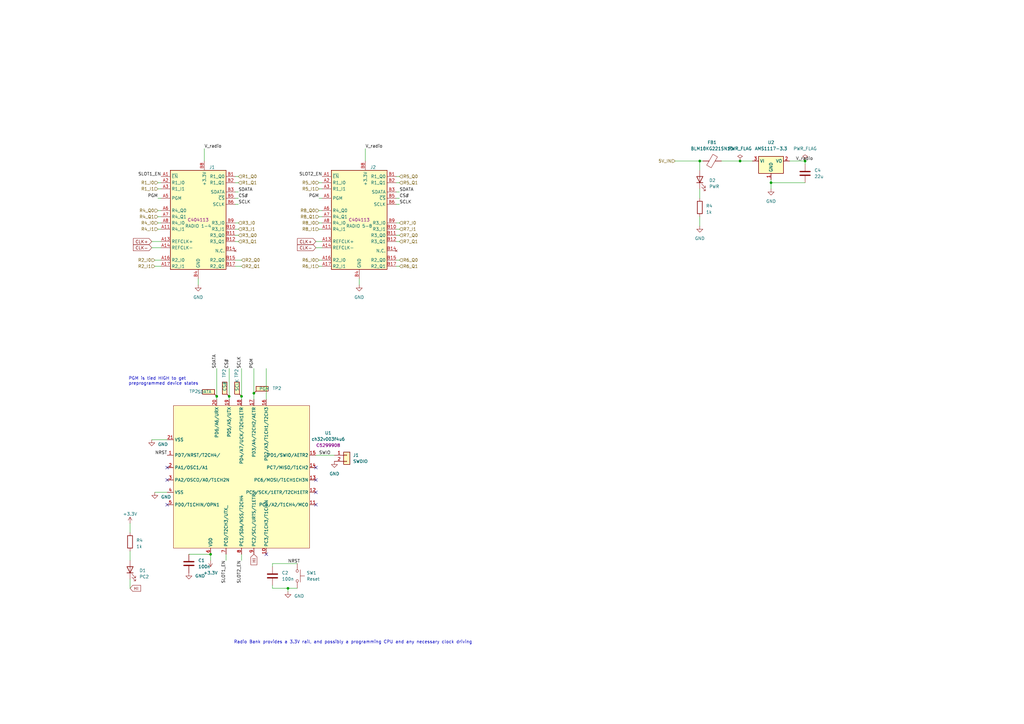
<source format=kicad_sch>
(kicad_sch (version 20231120) (generator "eeschema") (generator_version "8.0")
  (paper "A3")
  (title_block (title "Radio Bank") (date "2023-05-04") (rev "v3.0.0a1") (company "TART Project") (comment 1 "Tim Molteno") (comment 2 "tim@elec.ac.nz"))
  (lib_symbols
    (symbol "Connector:TestPoint_Flag" (pin_numbers hide) (pin_names (offset 0.762) hide)
      (property "Reference" "TP" (at 3.429 1.778 0))
      (property "Value" "TestPoint_Flag" (at 3.302 4.191 0))
      (symbol "TestPoint_Flag_0_1"
        (polyline (pts (xy 0 0) (xy 0.889 0.889)) (stroke (width 0.254)))
        (rectangle (start 0.889 2.794) (end 5.842 0.889) (stroke (width 0.254)) (fill (type background)))
      )
      (symbol "TestPoint_Flag_1_1"
        (pin passive line (at 0 0 90) (length 0) (name "1") (number "1"))
      )
    )
    (symbol "Connector_Generic:Conn_01x02" (pin_names (offset 1.016) hide)
      (property "Reference" "J" (at 0 2.54 0))
      (property "Value" "Conn_01x02" (at 0 -5.08 0))
      (symbol "Conn_01x02_1_1"
        (rectangle (start -1.27 -2.413) (end 0 -2.667) (stroke (width 0.1524)))
        (rectangle (start -1.27 0.127) (end 0 -0.127) (stroke (width 0.1524)))
        (rectangle (start -1.27 1.27) (end 1.27 -3.81) (stroke (width 0.254)) (fill (type background)))
        (pin passive line (at -5.08 0 0) (length 3.81) (name "Pin_1") (number "1"))
        (pin passive line (at -5.08 -2.54 0) (length 3.81) (name "Pin_2") (number "2"))
      )
    )
    (symbol "Device:C" (pin_numbers hide) (pin_names (offset 0.254))
      (property "Reference" "C" (at 0.635 2.54 0))
      (property "Value" "C" (at 0.635 -2.54 0))
      (symbol "C_0_1"
        (polyline (pts (xy -2.032 -0.762) (xy 2.032 -0.762)) (stroke (width 0.508)))
        (polyline (pts (xy -2.032 0.762) (xy 2.032 0.762)) (stroke (width 0.508)))
      )
      (symbol "C_1_1"
        (pin passive line (at 0 3.81 270) (length 2.794) (name "~") (number "1"))
        (pin passive line (at 0 -3.81 90) (length 2.794) (name "~") (number "2"))
      )
    )
    (symbol "Device:FerriteBead" (pin_numbers hide) (pin_names (offset 0))
      (property "Reference" "FB" (at -3.81 0.635 90))
      (property "Value" "FerriteBead" (at 3.81 0 90))
      (symbol "FerriteBead_0_1"
        (polyline (pts (xy 0 -1.27) (xy 0 -1.2192)))
        (polyline (pts (xy 0 1.27) (xy 0 1.2954)))
        (polyline (pts (xy -2.7686 0.4064) (xy -1.7018 2.2606) (xy 2.7686 -0.3048) (xy 1.6764 -2.159) (xy -2.7686 0.4064)))
      )
      (symbol "FerriteBead_1_1"
        (pin passive line (at 0 3.81 270) (length 2.54) (name "~") (number "1"))
        (pin passive line (at 0 -3.81 90) (length 2.54) (name "~") (number "2"))
      )
    )
    (symbol "Device:LED" (pin_numbers hide) (pin_names (offset 1.016) hide)
      (property "Reference" "D" (at 0 2.54 0))
      (property "Value" "LED" (at 0 -2.54 0))
      (symbol "LED_0_1"
        (polyline (pts (xy -1.27 -1.27) (xy -1.27 1.27)) (stroke (width 0.254)))
        (polyline (pts (xy -1.27 0) (xy 1.27 0)))
        (polyline (pts (xy 1.27 -1.27) (xy 1.27 1.27) (xy -1.27 0) (xy 1.27 -1.27)) (stroke (width 0.254)))
        (polyline (pts (xy -3.048 -0.762) (xy -4.572 -2.286) (xy -3.81 -2.286) (xy -4.572 -2.286) (xy -4.572 -1.524)))
        (polyline (pts (xy -1.778 -0.762) (xy -3.302 -2.286) (xy -2.54 -2.286) (xy -3.302 -2.286) (xy -3.302 -1.524)))
      )
      (symbol "LED_1_1"
        (pin passive line (at -3.81 0 0) (length 2.54) (name "K") (number "1"))
        (pin passive line (at 3.81 0 180) (length 2.54) (name "A") (number "2"))
      )
    )
    (symbol "Device:R" (pin_numbers hide) (pin_names (offset 0))
      (property "Reference" "R" (at 2.032 0 90))
      (property "Value" "R" (at 0 0 90))
      (symbol "R_0_1"
        (rectangle (start -1.016 -2.54) (end 1.016 2.54) (stroke (width 0.254)))
      )
      (symbol "R_1_1"
        (pin passive line (at 0 3.81 270) (length 1.27) (name "~") (number "1"))
        (pin passive line (at 0 -3.81 90) (length 1.27) (name "~") (number "2"))
      )
    )
    (symbol "Regulator_Linear:AMS1117-3.3"
      (property "Reference" "U" (at -3.81 3.175 0))
      (property "Value" "AMS1117-3.3" (at 0 3.175 0))
      (symbol "AMS1117-3.3_0_1"
        (rectangle (start -5.08 -5.08) (end 5.08 1.905) (stroke (width 0.254)) (fill (type background)))
      )
      (symbol "AMS1117-3.3_1_1"
        (pin power_in line (at 0 -7.62 90) (length 2.54) (name "GND") (number "1"))
        (pin power_out line (at 7.62 0 180) (length 2.54) (name "VO") (number "2"))
        (pin power_in line (at -7.62 0 0) (length 2.54) (name "VI") (number "3"))
      )
    )
    (symbol "Switch:SW_Push" (pin_numbers hide) (pin_names (offset 1.016) hide)
      (property "Reference" "SW" (at 1.27 2.54 0))
      (property "Value" "SW_Push" (at 0 -1.524 0))
      (symbol "SW_Push_0_1"
        (circle (center -2.032 0) (radius 0.508))
        (polyline (pts (xy 0 1.27) (xy 0 3.048)))
        (polyline (pts (xy 2.54 1.27) (xy -2.54 1.27)))
        (circle (center 2.032 0) (radius 0.508))
        (pin passive line (at -5.08 0 0) (length 2.54) (name "1") (number "1"))
        (pin passive line (at 5.08 0 180) (length 2.54) (name "2") (number "2"))
      )
    )
    (symbol "power:+3.3V" (power) (pin_names (offset 0))
      (property "Value" "+3.3V" (at 0 3.556 0))
      (symbol "+3.3V_0_1"
        (polyline (pts (xy -0.762 1.27) (xy 0 2.54)))
        (polyline (pts (xy 0 0) (xy 0 2.54)))
        (polyline (pts (xy 0 2.54) (xy 0.762 1.27)))
      )
      (symbol "+3.3V_1_1"
        (pin power_in line (at 0 0 90) (length 0) hide (name "+3.3V") (number "1"))
      )
    )
    (symbol "power:GND" (power) (pin_names (offset 0))
      (property "Value" "GND" (at 0 -3.81 0))
      (symbol "GND_0_1"
        (polyline (pts (xy 0 0) (xy 0 -1.27) (xy 1.27 -1.27) (xy 0 -2.54) (xy -1.27 -1.27) (xy 0 -1.27)))
      )
      (symbol "GND_1_1"
        (pin power_in line (at 0 0 270) (length 0) hide (name "GND") (number "1"))
      )
    )
    (symbol "power:PWR_FLAG" (power) (pin_numbers hide) (pin_names (offset 0) hide)
      (property "Value" "PWR_FLAG" (at 0 3.81 0))
      (symbol "PWR_FLAG_0_0"
        (pin power_out line (at 0 0 90) (length 0) (name "pwr") (number "1"))
      )
      (symbol "PWR_FLAG_0_1"
        (polyline (pts (xy 0 0) (xy 0 1.27) (xy -1.016 1.905) (xy 0 2.54) (xy 1.016 1.905) (xy 0 1.27)))
      )
    )
    (symbol "ripple:ch32v003f4u6"
      (property "Reference" "U" (at 0 0 0))
      (property "Value" "ch32v003f4u6" (at 19.05 -25.4 0))
      (symbol "ch32v003f4u6_0_1"
        (rectangle (start -27.94 30.48) (end 27.94 -27.94) (fill (type background)))
      )
      (symbol "ch32v003f4u6_1_1"
        (pin bidirectional line (at -30.48 10.16 0) (length 2.54) (name "PD7/NRST/T2CH4/") (number "1"))
        (pin bidirectional line (at 10.16 -30.48 90) (length 2.54) (name "PC3/T1CH3/T1CHIN") (number "10"))
        (pin bidirectional line (at 30.48 -10.16 180) (length 2.54) (name "PC4/A2/T1CH4/MCO") (number "11"))
        (pin bidirectional line (at 30.48 -5.08 180) (length 2.54) (name "PC5/SCK/1ETR/T2CH1ETR") (number "12"))
        (pin bidirectional line (at 30.48 0 180) (length 2.54) (name "PC6/MOSI/T1CH1CH3N") (number "13"))
        (pin bidirectional line (at 30.48 5.08 180) (length 2.54) (name "PC7/MISO/T1CH2") (number "14"))
        (pin bidirectional line (at 30.48 10.16 180) (length 2.54) (name "PD1/SWIO/AETR2") (number "15"))
        (pin bidirectional line (at 10.16 33.02 270) (length 2.54) (name "PD2/A3/T1CH1/T2CH3") (number "16"))
        (pin bidirectional line (at 5.08 33.02 270) (length 2.54) (name "PD3/A4/T2CH2/AETR") (number "17"))
        (pin bidirectional line (at 0 33.02 270) (length 2.54) (name "PD4/A7/UCK/T2CH1ETR") (number "18"))
        (pin bidirectional line (at -5.08 33.02 270) (length 2.54) (name "PD5/A5/UTX") (number "19"))
        (pin bidirectional line (at -30.48 5.08 0) (length 2.54) (name "PA1/OSC1/A1") (number "2"))
        (pin bidirectional line (at -10.16 33.02 270) (length 2.54) (name "PD6/A6/URX") (number "20"))
        (pin power_in line (at -30.48 16.51 0) (length 2.54) (name "VSS") (number "21"))
        (pin bidirectional line (at -30.48 0 0) (length 2.54) (name "PA2/OSCO/A0/T1CH2N") (number "3"))
        (pin power_in line (at -30.48 -5.08 0) (length 2.54) (name "VSS") (number "4"))
        (pin bidirectional line (at -30.48 -10.16 0) (length 2.54) (name "PD0/T1CHIN/OPN1") (number "5"))
        (pin power_in line (at -12.7 -30.48 90) (length 2.54) (name "VDD") (number "6"))
        (pin bidirectional line (at -6.35 -30.48 90) (length 2.54) (name "PC0/T2CH3/UTX_") (number "7"))
        (pin bidirectional line (at 0 -30.48 90) (length 2.54) (name "PC1/SDA/NSS/T2CH4") (number "8"))
        (pin bidirectional line (at 5.08 -30.48 90) (length 2.54) (name "PC2/SCL/URTS/T1ETR_") (number "9"))
      )
    )
    (symbol "tart:TART-PCIe_Socket"
      (property "Reference" "J" (at 0 0 0))
      (property "Value" "TART PCIe" (at 0 0 0))
      (property "LCSC" "C404113" (at 0 0 0))
      (symbol "TART-PCIe_Socket_0_1"
        (rectangle (start -11.43 22.86) (end 11.43 -17.78) (stroke (width 0.254)) (fill (type background)))
      )
      (symbol "TART-PCIe_Socket_1_1"
        (pin input line (at -15.24 20.32 0) (length 3.81) (name "~{EN}") (number "A1"))
        (pin passive line (at 2.54 26.67 270) (length 3.81) hide (name "+3.3V") (number "A10"))
        (pin output line (at -15.24 -1.27 0) (length 3.81) (name "R4_I1") (number "A11"))
        (pin passive line (at 0 -21.59 90) (length 3.81) hide (name "GND") (number "A12"))
        (pin input line (at -15.24 -6.35 0) (length 3.81) (name "REFCLK+") (number "A13"))
        (pin input line (at -15.24 -8.89 0) (length 3.81) (name "REFCLK-") (number "A14"))
        (pin passive line (at 0 -21.59 90) (length 3.81) hide (name "GND") (number "A15"))
        (pin output line (at -15.24 -13.97 0) (length 3.81) (name "R2_I0") (number "A16"))
        (pin output line (at -15.24 -16.51 0) (length 3.81) (name "R2_I1") (number "A17"))
        (pin passive line (at 0 -21.59 90) (length 3.81) hide (name "GND") (number "A18"))
        (pin output line (at -15.24 17.78 0) (length 3.81) (name "R1_I0") (number "A2"))
        (pin output line (at -15.24 15.24 0) (length 3.81) (name "R1_I1") (number "A3"))
        (pin passive line (at 0 -21.59 90) (length 3.81) hide (name "GND") (number "A4"))
        (pin input line (at -15.24 11.43 0) (length 3.81) (name "PGM") (number "A5"))
        (pin output line (at -15.24 6.35 0) (length 3.81) (name "R4_Q0") (number "A6"))
        (pin output line (at -15.24 3.81 0) (length 3.81) (name "R4_Q1") (number "A7"))
        (pin output line (at -15.24 1.27 0) (length 3.81) (name "R4_I0") (number "A8"))
        (pin passive line (at 2.54 26.67 270) (length 3.81) hide (name "+3.3V") (number "A9"))
        (pin output line (at 15.24 20.32 180) (length 3.81) (name "R1_Q0") (number "B1"))
        (pin output line (at 15.24 -1.27 180) (length 3.81) (name "R3_I1") (number "B10"))
        (pin output line (at 15.24 -3.81 180) (length 3.81) (name "R3_Q0") (number "B11"))
        (pin output line (at 15.24 -6.35 180) (length 3.81) (name "R3_Q1") (number "B12"))
        (pin passive line (at 0 -21.59 90) (length 3.81) hide (name "GND") (number "B13"))
        (pin no_connect line (at 15.24 -10.16 180) (length 3.81) (name "N.C.") (number "B14"))
        (pin output line (at 15.24 -13.97 180) (length 3.81) (name "R2_Q0") (number "B15"))
        (pin passive line (at 0 -21.59 90) (length 3.81) hide (name "GND") (number "B16"))
        (pin output line (at 15.24 -16.51 180) (length 3.81) (name "R2_Q1") (number "B17"))
        (pin passive line (at 0 -21.59 90) (length 3.81) hide (name "GND") (number "B18"))
        (pin output line (at 15.24 17.78 180) (length 3.81) (name "R1_Q1") (number "B2"))
        (pin input line (at 15.24 13.97 180) (length 3.81) (name "SDATA") (number "B3"))
        (pin power_in line (at 0 -21.59 90) (length 3.81) (name "GND") (number "B4"))
        (pin input line (at 15.24 11.43 180) (length 3.81) (name "~{CS}") (number "B5"))
        (pin input line (at 15.24 8.89 180) (length 3.81) (name "SCLK") (number "B6"))
        (pin passive line (at 0 -21.59 90) (length 3.81) hide (name "GND") (number "B7"))
        (pin power_in line (at 2.54 26.67 270) (length 3.81) (name "+3.3V") (number "B8"))
        (pin output line (at 15.24 1.27 180) (length 3.81) (name "R3_I0") (number "B9"))
      )
    )
  )
  (junction (at 93.98 162.56))
  (junction (at 88.9 162.56))
  (junction (at 330.2 66.04))
  (junction (at 86.36 227.33))
  (junction (at 104.14 161.29))
  (junction (at 303.53 66.04))
  (junction (at 99.06 162.56))
  (junction (at 287.02 66.04))
  (junction (at 118.11 241.3))
  (junction (at 316.23 74.93))
  (no_connect (at 129.54 191.77))
  (no_connect (at 129.54 207.01))
  (no_connect (at 68.58 191.77))
  (no_connect (at 68.58 207.01))
  (no_connect (at 109.22 227.33))
  (no_connect (at 129.54 201.93))
  (no_connect (at 68.58 196.85))
  (no_connect (at 129.54 196.85))
  (wire (pts (xy 104.14 151.13) (xy 104.14 161.29)))
  (wire (pts (xy 96.52 96.52) (xy 97.79 96.52)))
  (wire (pts (xy 295.91 66.04) (xy 303.53 66.04)))
  (wire (pts (xy 81.28 114.3) (xy 81.28 116.84)))
  (wire (pts (xy 147.32 114.3) (xy 147.32 116.84)))
  (wire (pts (xy 330.2 66.04) (xy 330.2 67.31)))
  (wire (pts (xy 130.81 93.98) (xy 132.08 93.98)))
  (wire (pts (xy 63.5 106.68) (xy 66.04 106.68)))
  (wire (pts (xy 64.77 91.44) (xy 66.04 91.44)))
  (wire (pts (xy 303.53 66.04) (xy 308.61 66.04)))
  (wire (pts (xy 99.06 227.33) (xy 99.06 229.87)))
  (wire (pts (xy 162.56 74.93) (xy 163.83 74.93)))
  (wire (pts (xy 96.52 83.82) (xy 97.79 83.82)))
  (wire (pts (xy 96.52 72.39) (xy 97.79 72.39)))
  (wire (pts (xy 162.56 83.82) (xy 163.83 83.82)))
  (wire (pts (xy 162.56 96.52) (xy 163.83 96.52)))
  (wire (pts (xy 88.9 151.13) (xy 88.9 162.56)))
  (wire (pts (xy 64.77 88.9) (xy 66.04 88.9)))
  (wire (pts (xy 129.54 101.6) (xy 132.08 101.6)))
  (wire (pts (xy 64.77 74.93) (xy 66.04 74.93)))
  (wire (pts (xy 104.14 161.29) (xy 104.14 163.83)))
  (wire (pts (xy 287.02 66.04) (xy 288.29 66.04)))
  (wire (pts (xy 130.81 74.93) (xy 132.08 74.93)))
  (wire (pts (xy 96.52 78.74) (xy 97.79 78.74)))
  (wire (pts (xy 62.23 180.34) (xy 68.58 180.34)))
  (wire (pts (xy 162.56 81.28) (xy 163.83 81.28)))
  (wire (pts (xy 129.54 186.69) (xy 137.16 186.69)))
  (wire (pts (xy 118.11 241.3) (xy 111.76 241.3)))
  (wire (pts (xy 96.52 109.22) (xy 99.06 109.22)))
  (wire (pts (xy 62.23 99.06) (xy 66.04 99.06)))
  (wire (pts (xy 130.81 106.68) (xy 132.08 106.68)))
  (wire (pts (xy 63.5 109.22) (xy 66.04 109.22)))
  (wire (pts (xy 130.81 91.44) (xy 132.08 91.44)))
  (wire (pts (xy 130.81 109.22) (xy 132.08 109.22)))
  (wire (pts (xy 53.34 226.06) (xy 53.34 229.87)))
  (wire (pts (xy 111.76 231.14) (xy 121.92 231.14)))
  (wire (pts (xy 130.81 88.9) (xy 132.08 88.9)))
  (wire (pts (xy 130.81 77.47) (xy 132.08 77.47)))
  (wire (pts (xy 64.77 81.28) (xy 66.04 81.28)))
  (wire (pts (xy 162.56 78.74) (xy 163.83 78.74)))
  (wire (pts (xy 96.52 106.68) (xy 99.06 106.68)))
  (wire (pts (xy 64.77 77.47) (xy 66.04 77.47)))
  (wire (pts (xy 316.23 74.93) (xy 316.23 77.47)))
  (wire (pts (xy 96.52 81.28) (xy 97.79 81.28)))
  (wire (pts (xy 162.56 93.98) (xy 163.83 93.98)))
  (wire (pts (xy 96.52 93.98) (xy 97.79 93.98)))
  (wire (pts (xy 316.23 74.93) (xy 330.2 74.93)))
  (wire (pts (xy 96.52 74.93) (xy 97.79 74.93)))
  (wire (pts (xy 92.71 227.33) (xy 92.71 229.87)))
  (wire (pts (xy 287.02 66.04) (xy 287.02 69.85)))
  (wire (pts (xy 149.86 60.96) (xy 149.86 66.04)))
  (wire (pts (xy 162.56 99.06) (xy 163.83 99.06)))
  (wire (pts (xy 111.76 241.3) (xy 111.76 240.03)))
  (wire (pts (xy 99.06 162.56) (xy 99.06 163.83)))
  (wire (pts (xy 162.56 72.39) (xy 163.83 72.39)))
  (wire (pts (xy 53.34 214.63) (xy 53.34 218.44)))
  (wire (pts (xy 323.85 66.04) (xy 330.2 66.04)))
  (wire (pts (xy 64.77 86.36) (xy 66.04 86.36)))
  (wire (pts (xy 118.11 241.3) (xy 118.11 242.57)))
  (wire (pts (xy 121.92 241.3) (xy 118.11 241.3)))
  (wire (pts (xy 111.76 232.41) (xy 111.76 231.14)))
  (wire (pts (xy 88.9 162.56) (xy 88.9 163.83)))
  (wire (pts (xy 93.98 162.56) (xy 93.98 163.83)))
  (wire (pts (xy 109.22 151.13) (xy 109.22 163.83)))
  (wire (pts (xy 130.81 86.36) (xy 132.08 86.36)))
  (wire (pts (xy 276.86 66.04) (xy 287.02 66.04)))
  (wire (pts (xy 96.52 99.06) (xy 97.79 99.06)))
  (wire (pts (xy 86.36 227.33) (xy 86.36 229.87)))
  (wire (pts (xy 287.02 77.47) (xy 287.02 81.28)))
  (wire (pts (xy 287.02 88.9) (xy 287.02 92.71)))
  (wire (pts (xy 162.56 91.44) (xy 163.83 91.44)))
  (wire (pts (xy 162.56 106.68) (xy 163.83 106.68)))
  (wire (pts (xy 96.52 91.44) (xy 97.79 91.44)))
  (wire (pts (xy 130.81 81.28) (xy 132.08 81.28)))
  (wire (pts (xy 64.77 93.98) (xy 66.04 93.98)))
  (wire (pts (xy 53.34 237.49) (xy 53.34 241.3)))
  (wire (pts (xy 99.06 151.13) (xy 99.06 162.56)))
  (wire (pts (xy 83.82 60.96) (xy 83.82 66.04)))
  (wire (pts (xy 162.56 109.22) (xy 163.83 109.22)))
  (wire (pts (xy 77.47 227.33) (xy 86.36 227.33)))
  (wire (pts (xy 63.5 201.93) (xy 68.58 201.93)))
  (wire (pts (xy 129.54 99.06) (xy 132.08 99.06)))
  (wire (pts (xy 316.23 73.66) (xy 316.23 74.93)))
  (wire (pts (xy 62.23 101.6) (xy 66.04 101.6)))
  (wire (pts (xy 93.98 151.13) (xy 93.98 162.56)))
  (text "Radio Bank provides a 3.3V rail, and possibly a programming CPU and any necessary clock driving" (at 95.885 264.16 0) (effects (font (size 1.27 1.27)) (justify left bottom)))
  (text "PGM is tied HIGH to get\npreprogrammed device states" (at 52.705 158.115 0) (effects (font (size 1.27 1.27)) (justify left bottom)))
  (label "CS#" (at 93.98 151.13 90))
  (label "SLOT1_EN" (at 66.04 72.39 180))
  (label "PGM" (at 64.77 81.28 180))
  (label "V_radio" (at 149.86 60.96 0))
  (label "NRST" (at 118.11 231.14 0))
  (label "PGM" (at 104.14 151.13 90))
  (label "SDATA" (at 97.79 78.74 0))
  (label "PGM" (at 130.81 81.28 180))
  (label "SCLK" (at 99.06 151.13 90))
  (label "SCLK" (at 163.83 83.82 0))
  (label "V_radio" (at 326.39 66.04 0))
  (label "SLOT2_EN" (at 99.06 229.87 270))
  (label "SDATA" (at 163.83 78.74 0))
  (label "SWIO" (at 130.81 186.69 0))
  (label "SDATA" (at 88.9 151.13 90))
  (label "SLOT1_EN" (at 92.71 229.87 270))
  (label "V_radio" (at 83.82 60.96 0))
  (label "CS#" (at 163.83 81.28 0))
  (label "NRST" (at 68.58 186.69 180))
  (label "CS#" (at 97.79 81.28 0))
  (label "SCLK" (at 97.79 83.82 0))
  (label "SLOT2_EN" (at 132.08 72.39 180))
  (global_label "CLK+" (shape input) (at 62.23 99.06 180) (property "Intersheetrefs" "${INTERSHEET_REFS}" (effects (hide yes))))
  (global_label "CLK+" (shape input) (at 129.54 99.06 180) (property "Intersheetrefs" "${INTERSHEET_REFS}" (effects (hide yes))))
  (global_label "HI" (shape input) (at 53.34 241.3 0) (property "Intersheetrefs" "${INTERSHEET_REFS}" (effects (hide yes))))
  (global_label "HI" (shape input) (at 104.14 227.33 270) (property "Intersheetrefs" "${INTERSHEET_REFS}" (effects (hide yes))))
  (global_label "CLK-" (shape input) (at 129.54 101.6 180) (property "Intersheetrefs" "${INTERSHEET_REFS}" (effects (hide yes))))
  (global_label "CLK-" (shape input) (at 62.23 101.6 180) (property "Intersheetrefs" "${INTERSHEET_REFS}" (effects (hide yes))))
  (hierarchical_label "R4_Q0" (shape input) (at 64.77 86.36 180))
  (hierarchical_label "R3_Q0" (shape input) (at 97.79 96.52 0))
  (hierarchical_label "R5_Q0" (shape input) (at 163.83 72.39 0))
  (hierarchical_label "R6_I0" (shape input) (at 130.81 106.68 180))
  (hierarchical_label "R7_Q0" (shape input) (at 163.83 96.52 0))
  (hierarchical_label "R7_Q1" (shape input) (at 163.83 99.06 0))
  (hierarchical_label "R8_Q0" (shape input) (at 130.81 86.36 180))
  (hierarchical_label "R1_I0" (shape input) (at 64.77 74.93 180))
  (hierarchical_label "R6_Q1" (shape input) (at 163.83 109.22 0))
  (hierarchical_label "R8_I0" (shape input) (at 130.81 91.44 180))
  (hierarchical_label "R5_Q1" (shape input) (at 163.83 74.93 0))
  (hierarchical_label "5V_IN" (shape input) (at 276.86 66.04 180))
  (hierarchical_label "R2_I1" (shape input) (at 63.5 109.22 180))
  (hierarchical_label "R1_Q1" (shape input) (at 97.79 74.93 0))
  (hierarchical_label "R7_I0" (shape input) (at 163.83 91.44 0))
  (hierarchical_label "R3_I1" (shape input) (at 97.79 93.98 0))
  (hierarchical_label "R5_I0" (shape input) (at 130.81 74.93 180))
  (hierarchical_label "R5_I1" (shape input) (at 130.81 77.47 180))
  (hierarchical_label "R6_Q0" (shape input) (at 163.83 106.68 0))
  (hierarchical_label "R4_I0" (shape input) (at 64.77 91.44 180))
  (hierarchical_label "R3_Q1" (shape input) (at 97.79 99.06 0))
  (hierarchical_label "R2_Q1" (shape input) (at 99.06 109.22 0))
  (hierarchical_label "R7_I1" (shape input) (at 163.83 93.98 0))
  (hierarchical_label "R2_Q0" (shape input) (at 99.06 106.68 0))
  (hierarchical_label "R1_I1" (shape input) (at 64.77 77.47 180))
  (hierarchical_label "R3_I0" (shape input) (at 97.79 91.44 0))
  (hierarchical_label "R4_I1" (shape input) (at 64.77 93.98 180))
  (hierarchical_label "R2_I0" (shape input) (at 63.5 106.68 180))
  (hierarchical_label "R4_Q1" (shape input) (at 64.77 88.9 180))
  (hierarchical_label "R8_Q1" (shape input) (at 130.81 88.9 180))
  (hierarchical_label "R6_I1" (shape input) (at 130.81 109.22 180))
  (hierarchical_label "R1_Q0" (shape input) (at 97.79 72.39 0))
  (hierarchical_label "R8_I1" (shape input) (at 130.81 93.98 180))
  (symbol (lib_id "Connector:TestPoint_Flag") (at 99.06 162.56 90) (unit 1)
    (property "Reference" "TP2" (at 97.028 154.94 0) (effects (justify left)))
    (property "Value" "SCLK" (at 97.2323 160.4407 0) (effects (justify left)))
    (property "Footprint" "TestPoint:TestPoint_Keystone_5015_Micro-Minature" (effects (hide yes)))
    (instances (project "attorv" (path "" (reference "TP2") (unit 1))) (project "motherboard_8" (path "" (reference "TP9") (unit 1))) (project "baseboard" (path "" (reference "TP7") (unit 1))))
  )
  (symbol (lib_id "power:+3.3V") (at 53.34 214.63 0) (unit 1)
    (property "Reference" "#PWR075" (effects (hide yes)))
    (property "Value" "+3.3V" (at 53.34 210.82 0))
  )
  (symbol (lib_id "tart:TART-PCIe_Socket") (at 81.28 92.71 0) (unit 1)
    (property "Reference" "J1" (at 85.7759 68.58 0) (effects (justify left)))
    (property "Value" "RADIO 1-4" (at 81.28 92.71 0))
    (property "Footprint" "baseboard_library:CONN-TH_36P-P1.00-V_3183-10200P1T" (effects (hide yes)))
    (property "LCSC" "C404113" (at 81.28 90.17 0))
  )
  (symbol (lib_id "Device:C") (at 330.2 71.12 0) (unit 1)
    (property "Reference" "C4" (at 334.01 69.8499 0) (effects (justify left)))
    (property "Value" "22u" (at 334.01 72.3899 0) (effects (justify left)))
    (property "Footprint" "Capacitor_SMD:C_0603_1608Metric" (effects (hide yes)))
    (property "LCSC" "C59461" (effects (hide yes)))
    (instances (project "attorv" (path "" (reference "C4") (unit 1))) (project "batomatic" (path "" (reference "C4") (unit 1))) (project "motherboard_8" (path "" (reference "C8") (unit 1))) (project "baseboard" (path "" (reference "C4") (unit 1))))
  )
  (symbol (lib_id "Connector:TestPoint_Flag") (at 88.9 162.56 0) (mirror y) (unit 1)
    (property "Reference" "TP2" (at 81.28 160.528 0) (effects (justify left)))
    (property "Value" "SDATA" (at 86.7807 160.7323 0) (effects (justify left)))
    (property "Footprint" "TestPoint:TestPoint_Keystone_5015_Micro-Minature" (effects (hide yes)))
    (instances (project "attorv" (path "" (reference "TP2") (unit 1))) (project "motherboard_8" (path "" (reference "TP6") (unit 1))) (project "baseboard" (path "" (reference "TP5") (unit 1))))
  )
  (symbol (lib_id "power:GND") (at 147.32 116.84 0) (unit 1)
    (property "Reference" "#PWR010" (effects (hide yes)))
    (property "Value" "GND" (at 147.32 121.92 0))
    (property "JLCPCB" "C2296" (effects (hide yes)))
    (instances (project "attorv" (path "" (reference "#PWR010") (unit 1))) (project "batomatic" (path "" (reference "#PWR014") (unit 1))) (project "motherboard_8" (path "" (reference "#PWR072") (unit 1))) (project "baseboard" (path "" (reference "#PWR017") (unit 1))))
  )
  (symbol (lib_id "Switch:SW_Push") (at 121.92 236.22 270) (unit 1)
    (property "Reference" "SW1" (at 125.73 234.9499 90) (effects (justify left)))
    (property "Value" "Reset" (at 125.73 237.4899 90) (effects (justify left)))
    (property "Footprint" "motherboard:TS-1187A-B-A-B" (effects (hide yes)))
  )
  (symbol (lib_id "power:GND") (at 81.28 116.84 0) (unit 1)
    (property "Reference" "#PWR010" (effects (hide yes)))
    (property "Value" "GND" (at 81.28 121.92 0))
    (property "JLCPCB" "C2296" (effects (hide yes)))
    (instances (project "attorv" (path "" (reference "#PWR010") (unit 1))) (project "batomatic" (path "" (reference "#PWR014") (unit 1))) (project "motherboard_8" (path "" (reference "#PWR073") (unit 1))) (project "baseboard" (path "" (reference "#PWR017") (unit 1))))
  )
  (symbol (lib_id "Connector_Generic:Conn_01x02") (at 142.24 186.69 0) (unit 1)
    (property "Reference" "J1" (at 144.78 186.6899 0) (effects (justify left)))
    (property "Value" "SWDIO" (at 144.78 189.2299 0) (effects (justify left)))
    (property "Footprint" "Connector_JST:JST_PH_B2B-PH-K_1x02_P2.00mm_Vertical" (effects (hide yes)))
    (property "LCSC" "C131337" (effects (hide yes)))
    (instances (project "attorv" (path "" (reference "J1") (unit 1))) (project "batomatic" (path "" (reference "J1") (unit 1))) (project "motherboard_8" (path "" (reference "J5") (unit 1))) (project "baseboard" (path "" (reference "J2") (unit 1))))
  )
  (symbol (lib_id "ripple:ch32v003f4u6") (at 99.06 196.85 0) (unit 1)
    (property "Reference" "U1" (at 134.62 177.5712 0))
    (property "Value" "ch32v003f4u6" (at 134.62 180.1112 0))
    (property "Footprint" "Package_DFN_QFN:QFN-20-1EP_3x3mm_P0.4mm_EP1.65x1.65mm" (effects (hide yes)))
    (property "LCSC" "C5299908" (at 134.62 182.6512 0))
    (instances (project "attorv" (path "" (reference "U1") (unit 1))) (project "batomatic" (path "" (reference "U3") (unit 1))) (project "motherboard_8" (path "" (reference "U7") (unit 1))) (project "baseboard" (path "" (reference "U2") (unit 1))))
  )
  (symbol (lib_id "Device:FerriteBead") (at 292.1 66.04 90) (unit 1)
    (property "Reference" "FB1" (at 292.0492 58.42 90))
    (property "Value" "BLM18KG221SN1D" (at 292.0492 60.96 90))
    (property "Footprint" "Inductor_SMD:L_0603_1608Metric" (effects (hide yes)))
    (property "LCSC" "C88980" (effects (hide yes)))
  )
  (symbol (lib_id "Device:R") (at 53.34 222.25 0) (unit 1)
    (property "Reference" "R4" (at 55.88 221.615 0) (effects (justify left)))
    (property "Value" "1k" (at 55.88 224.155 0) (effects (justify left)))
    (property "Footprint" "Resistor_SMD:R_0402_1005Metric" (effects (hide yes)))
    (instances (project "attorv" (path "" (reference "R4") (unit 1))) (project "batomatic" (path "" (reference "R5") (unit 1))) (project "motherboard_8" (path "" (reference "R16") (unit 1))) (project "baseboard" (path "" (reference "R7") (unit 1))))
  )
  (symbol (lib_id "power:PWR_FLAG") (at 303.53 66.04 0) (unit 1)
    (property "Reference" "#FLG02" (effects (hide yes)))
    (property "Value" "PWR_FLAG" (at 303.53 60.96 0))
    (instances (project "attorv" (path "" (reference "#FLG02") (unit 1))) (project "batomatic" (path "" (reference "#FLG03") (unit 1))) (project "motherboard_8" (path "" (reference "#FLG01") (unit 1))) (project "baseboard" (path "" (reference "#FLG02") (unit 1))))
  )
  (symbol (lib_id "tart:TART-PCIe_Socket") (at 147.32 92.71 0) (unit 1)
    (property "Reference" "J2" (at 151.8159 68.58 0) (effects (justify left)))
    (property "Value" "RADIO 5-8" (at 147.32 92.71 0))
    (property "Footprint" "baseboard_library:CONN-TH_36P-P1.00-V_3183-10200P1T" (effects (hide yes)))
    (property "LCSC" "C404113" (at 147.32 90.17 0))
  )
  (symbol (lib_id "power:GND") (at 287.02 92.71 0) (unit 1)
    (property "Reference" "#PWR010" (effects (hide yes)))
    (property "Value" "GND" (at 287.02 97.79 0))
    (property "JLCPCB" "C2296" (effects (hide yes)))
    (instances (project "attorv" (path "" (reference "#PWR010") (unit 1))) (project "batomatic" (path "" (reference "#PWR014") (unit 1))) (project "motherboard_8" (path "" (reference "#PWR068") (unit 1))) (project "baseboard" (path "" (reference "#PWR017") (unit 1))))
  )
  (symbol (lib_id "Device:C") (at 77.47 231.14 0) (unit 1)
    (property "Reference" "C1" (at 81.28 229.8699 0) (effects (justify left)))
    (property "Value" "100n" (at 81.28 232.4099 0) (effects (justify left)))
    (property "Footprint" "Capacitor_SMD:C_0402_1005Metric" (effects (hide yes)))
    (property "LCSC" "C1525" (effects (hide yes)))
    (instances (project "attorv" (path "" (reference "C1") (unit 1))) (project "batomatic" (path "" (reference "C6") (unit 1))) (project "motherboard_8" (path "" (reference "C9") (unit 1))) (project "baseboard" (path "" (reference "C1") (unit 1))))
  )
  (symbol (lib_id "Connector:TestPoint_Flag") (at 93.98 162.56 90) (unit 1)
    (property "Reference" "TP2" (at 91.948 154.94 0) (effects (justify left)))
    (property "Value" "CS#" (at 92.1523 160.4407 0) (effects (justify left)))
    (property "Footprint" "TestPoint:TestPoint_Keystone_5015_Micro-Minature" (effects (hide yes)))
    (instances (project "attorv" (path "" (reference "TP2") (unit 1))) (project "motherboard_8" (path "" (reference "TP8") (unit 1))) (project "baseboard" (path "" (reference "TP6") (unit 1))))
  )
  (symbol (lib_id "power:GND") (at 77.47 234.95 0) (unit 1)
    (property "Reference" "#PWR04" (effects (hide yes)))
    (property "Value" "GND" (at 80.01 236.2199 0) (effects (justify left)))
    (property "JLCPCB" "C2296" (effects (hide yes)))
    (instances (project "attorv" (path "" (reference "#PWR04") (unit 1))) (project "batomatic" (path "" (reference "#PWR0107") (unit 1))) (project "motherboard_8" (path "" (reference "#PWR084") (unit 1))) (project "baseboard" (path "" (reference "#PWR010") (unit 1))))
  )
  (symbol (lib_id "power:GND") (at 316.23 77.47 0) (unit 1)
    (property "Reference" "#PWR013" (effects (hide yes)))
    (property "Value" "GND" (at 316.23 82.55 0))
    (property "JLCPCB" "C2296" (effects (hide yes)))
    (instances (project "attorv" (path "" (reference "#PWR013") (unit 1))) (project "batomatic" (path "" (reference "#PWR016") (unit 1))) (project "motherboard_8" (path "" (reference "#PWR071") (unit 1))) (project "baseboard" (path "" (reference "#PWR020") (unit 1))))
  )
  (symbol (lib_id "power:GND") (at 62.23 180.34 0) (unit 1)
    (property "Reference" "#PWR02" (effects (hide yes)))
    (property "Value" "GND" (at 64.77 182.245 0) (effects (justify left)))
    (property "JLCPCB" "C2296" (effects (hide yes)))
    (instances (project "attorv" (path "" (reference "#PWR02") (unit 1))) (project "batomatic" (path "" (reference "#PWR0104") (unit 1))) (project "motherboard_8" (path "" (reference "#PWR082") (unit 1))) (project "baseboard" (path "" (reference "#PWR08") (unit 1))))
  )
  (symbol (lib_id "power:GND") (at 137.16 189.23 0) (unit 1)
    (property "Reference" "#PWR07" (effects (hide yes)))
    (property "Value" "GND" (at 137.16 194.31 0))
    (property "JLCPCB" "C2296" (effects (hide yes)))
    (instances (project "attorv" (path "" (reference "#PWR07") (unit 1))) (project "batomatic" (path "" (reference "#PWR0102") (unit 1))) (project "motherboard_8" (path "" (reference "#PWR089") (unit 1))) (project "baseboard" (path "" (reference "#PWR013") (unit 1))))
  )
  (symbol (lib_id "Device:C") (at 111.76 236.22 0) (unit 1)
    (property "Reference" "C2" (at 115.57 234.9499 0) (effects (justify left)))
    (property "Value" "100n" (at 115.57 237.4899 0) (effects (justify left)))
    (property "Footprint" "Capacitor_SMD:C_0402_1005Metric" (effects (hide yes)))
    (property "LCSC" "C1525" (effects (hide yes)))
    (instances (project "attorv" (path "" (reference "C2") (unit 1))) (project "batomatic" (path "" (reference "C5") (unit 1))) (project "motherboard_8" (path "" (reference "C10") (unit 1))) (project "baseboard" (path "" (reference "C2") (unit 1))))
  )
  (symbol (lib_id "power:+3.3V") (at 86.36 229.87 180) (unit 1)
    (property "Reference" "#PWR076" (effects (hide yes)))
    (property "Value" "+3.3V" (at 86.36 234.95 0))
  )
  (symbol (lib_id "Regulator_Linear:AMS1117-3.3") (at 316.23 66.04 0) (unit 1)
    (property "Reference" "U2" (at 316.23 58.42 0))
    (property "Value" "AMS1117-3.3" (at 316.23 60.96 0))
    (property "Footprint" "Package_TO_SOT_SMD:SOT-223-3_TabPin2" (effects (hide yes)))
    (property "Datasheet" "http://www.advanced-monolithic.com/pdf/ds1117.pdf" (effects (hide yes)))
    (property "LCSC" "C6186" (effects (hide yes)))
    (instances (project "attorv" (path "" (reference "U2") (unit 1))) (project "batomatic" (path "" (reference "U2") (unit 1))) (project "motherboard_8" (path "" (reference "U4") (unit 1))) (project "baseboard" (path "" (reference "U3") (unit 1))))
  )
  (symbol (lib_id "Device:LED") (at 53.34 233.68 90) (unit 1)
    (property "Reference" "D1" (at 57.15 233.9974 90) (effects (justify right)))
    (property "Value" "PC2" (at 57.15 236.5374 90) (effects (justify right)))
    (property "Footprint" "Diode_SMD:D_0603_1608Metric" (effects (hide yes)))
    (property "LCSC" "C72043" (effects (hide yes)))
    (instances (project "attorv" (path "" (reference "D1") (unit 1))) (project "batomatic" (path "" (reference "D4") (unit 1))) (project "motherboard_8" (path "" (reference "D5") (unit 1))) (project "baseboard" (path "" (reference "D1") (unit 1))))
  )
  (symbol (lib_id "Device:R") (at 287.02 85.09 0) (unit 1)
    (property "Reference" "R4" (at 289.56 84.455 0) (effects (justify left)))
    (property "Value" "1k" (at 289.56 86.995 0) (effects (justify left)))
    (property "Footprint" "Resistor_SMD:R_0402_1005Metric" (effects (hide yes)))
    (instances (project "attorv" (path "" (reference "R4") (unit 1))) (project "batomatic" (path "" (reference "R5") (unit 1))) (project "motherboard_8" (path "" (reference "R13") (unit 1))) (project "baseboard" (path "" (reference "R4") (unit 1))))
  )
  (symbol (lib_id "power:GND") (at 63.5 201.93 0) (unit 1)
    (property "Reference" "#PWR03" (effects (hide yes)))
    (property "Value" "GND" (at 66.04 203.835 0) (effects (justify left)))
    (property "JLCPCB" "C2296" (effects (hide yes)))
    (instances (project "attorv" (path "" (reference "#PWR03") (unit 1))) (project "batomatic" (path "" (reference "#PWR0106") (unit 1))) (project "motherboard_8" (path "" (reference "#PWR083") (unit 1))) (project "baseboard" (path "" (reference "#PWR09") (unit 1))))
  )
  (symbol (lib_id "Device:LED") (at 287.02 73.66 90) (unit 1)
    (property "Reference" "D2" (at 290.83 73.9774 90) (effects (justify right)))
    (property "Value" "PWR" (at 290.83 76.5174 90) (effects (justify right)))
    (property "Footprint" "Diode_SMD:D_0603_1608Metric" (effects (hide yes)))
    (property "LCSC" "C72043" (effects (hide yes)))
    (instances (project "attorv" (path "" (reference "D2") (unit 1))) (project "batomatic" (path "" (reference "D3") (unit 1))) (project "motherboard_8" (path "" (reference "D4") (unit 1))) (project "baseboard" (path "" (reference "D2") (unit 1))))
  )
  (symbol (lib_id "power:GND") (at 118.11 242.57 0) (unit 1)
    (property "Reference" "#PWR06" (effects (hide yes)))
    (property "Value" "GND" (at 120.65 244.475 0) (effects (justify left)))
    (property "JLCPCB" "C2296" (effects (hide yes)))
    (instances (project "attorv" (path "" (reference "#PWR06") (unit 1))) (project "batomatic" (path "" (reference "#PWR0101") (unit 1))) (project "motherboard_8" (path "" (reference "#PWR088") (unit 1))) (project "baseboard" (path "" (reference "#PWR012") (unit 1))))
  )
  (symbol (lib_id "power:PWR_FLAG") (at 330.2 66.04 0) (unit 1)
    (property "Reference" "#FLG02" (effects (hide yes)))
    (property "Value" "PWR_FLAG" (at 330.2 60.96 0))
    (instances (project "attorv" (path "" (reference "#FLG02") (unit 1))) (project "batomatic" (path "" (reference "#FLG03") (unit 1))) (project "motherboard_8" (path "" (reference "#FLG02") (unit 1))) (project "baseboard" (path "" (reference "#FLG02") (unit 1))))
  )
  (symbol (lib_id "Connector:TestPoint_Flag") (at 104.14 161.29 0) (unit 1)
    (property "Reference" "TP2" (at 111.76 159.258 0) (effects (justify left)))
    (property "Value" "PGM" (at 106.2593 159.4623 0) (effects (justify left)))
    (property "Footprint" "TestPoint:TestPoint_Keystone_5015_Micro-Minature" (effects (hide yes)))
    (instances (project "attorv" (path "" (reference "TP2") (unit 1))) (project "motherboard_8" (path "" (reference "TP10") (unit 1))) (project "baseboard" (path "" (reference "TP12") (unit 1))))
  )
)
</source>
